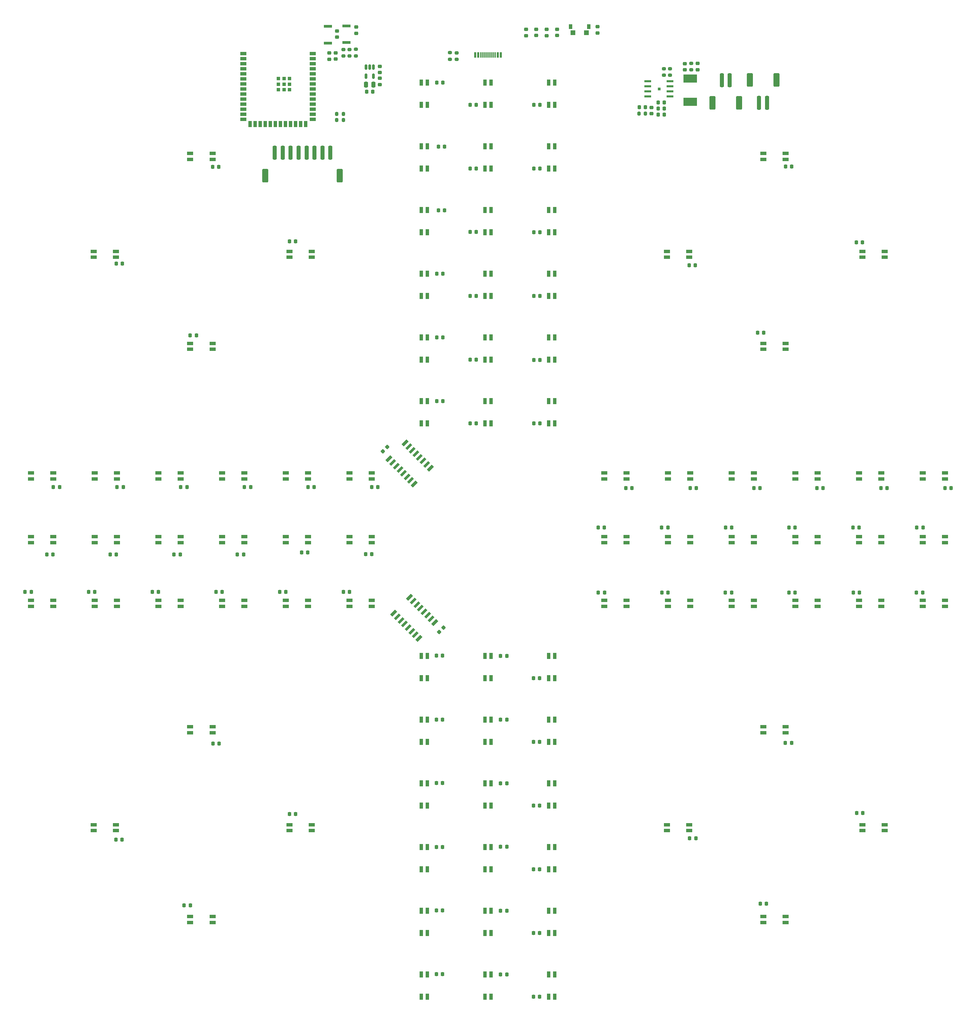
<source format=gbp>
G04 #@! TF.GenerationSoftware,KiCad,Pcbnew,8.0.1*
G04 #@! TF.CreationDate,2024-08-27T15:58:46+05:30*
G04 #@! TF.ProjectId,Ludo,4c75646f-2e6b-4696-9361-645f70636258,rev?*
G04 #@! TF.SameCoordinates,Original*
G04 #@! TF.FileFunction,Paste,Bot*
G04 #@! TF.FilePolarity,Positive*
%FSLAX46Y46*%
G04 Gerber Fmt 4.6, Leading zero omitted, Abs format (unit mm)*
G04 Created by KiCad (PCBNEW 8.0.1) date 2024-08-27 15:58:46*
%MOMM*%
%LPD*%
G01*
G04 APERTURE LIST*
G04 Aperture macros list*
%AMRoundRect*
0 Rectangle with rounded corners*
0 $1 Rounding radius*
0 $2 $3 $4 $5 $6 $7 $8 $9 X,Y pos of 4 corners*
0 Add a 4 corners polygon primitive as box body*
4,1,4,$2,$3,$4,$5,$6,$7,$8,$9,$2,$3,0*
0 Add four circle primitives for the rounded corners*
1,1,$1+$1,$2,$3*
1,1,$1+$1,$4,$5*
1,1,$1+$1,$6,$7*
1,1,$1+$1,$8,$9*
0 Add four rect primitives between the rounded corners*
20,1,$1+$1,$2,$3,$4,$5,0*
20,1,$1+$1,$4,$5,$6,$7,0*
20,1,$1+$1,$6,$7,$8,$9,0*
20,1,$1+$1,$8,$9,$2,$3,0*%
%AMRotRect*
0 Rectangle, with rotation*
0 The origin of the aperture is its center*
0 $1 length*
0 $2 width*
0 $3 Rotation angle, in degrees counterclockwise*
0 Add horizontal line*
21,1,$1,$2,0,0,$3*%
G04 Aperture macros list end*
%ADD10C,0.010000*%
%ADD11RoundRect,0.225000X-0.225000X-0.250000X0.225000X-0.250000X0.225000X0.250000X-0.225000X0.250000X0*%
%ADD12RoundRect,0.225000X0.225000X0.250000X-0.225000X0.250000X-0.225000X-0.250000X0.225000X-0.250000X0*%
%ADD13R,0.820000X1.500000*%
%ADD14R,1.500000X0.820000*%
%ADD15RoundRect,0.200000X-0.275000X0.200000X-0.275000X-0.200000X0.275000X-0.200000X0.275000X0.200000X0*%
%ADD16R,2.000000X0.800000*%
%ADD17R,3.400000X2.150000*%
%ADD18RoundRect,0.225000X0.250000X-0.225000X0.250000X0.225000X-0.250000X0.225000X-0.250000X-0.225000X0*%
%ADD19RoundRect,0.225000X0.017678X-0.335876X0.335876X-0.017678X-0.017678X0.335876X-0.335876X0.017678X0*%
%ADD20RoundRect,0.200000X-0.200000X-0.275000X0.200000X-0.275000X0.200000X0.275000X-0.200000X0.275000X0*%
%ADD21RoundRect,0.250000X-0.250000X-0.475000X0.250000X-0.475000X0.250000X0.475000X-0.250000X0.475000X0*%
%ADD22RotRect,0.800000X1.750000X315.000000*%
%ADD23RotRect,0.700000X1.750000X315.000000*%
%ADD24R,0.600000X1.450000*%
%ADD25R,0.300000X1.450000*%
%ADD26RoundRect,0.250000X0.250000X1.500000X-0.250000X1.500000X-0.250000X-1.500000X0.250000X-1.500000X0*%
%ADD27RoundRect,0.250001X0.499999X1.449999X-0.499999X1.449999X-0.499999X-1.449999X0.499999X-1.449999X0*%
%ADD28RoundRect,0.225000X-0.250000X0.225000X-0.250000X-0.225000X0.250000X-0.225000X0.250000X0.225000X0*%
%ADD29R,1.750000X0.600000*%
%ADD30RoundRect,0.218750X-0.256250X0.218750X-0.256250X-0.218750X0.256250X-0.218750X0.256250X0.218750X0*%
%ADD31RoundRect,0.250000X-0.250000X-1.500000X0.250000X-1.500000X0.250000X1.500000X-0.250000X1.500000X0*%
%ADD32RoundRect,0.250001X-0.499999X-1.449999X0.499999X-1.449999X0.499999X1.449999X-0.499999X1.449999X0*%
%ADD33RoundRect,0.218750X0.256250X-0.218750X0.256250X0.218750X-0.256250X0.218750X-0.256250X-0.218750X0*%
%ADD34RotRect,0.800000X1.750000X135.000000*%
%ADD35RotRect,0.700000X1.750000X135.000000*%
%ADD36RoundRect,0.200000X0.275000X-0.200000X0.275000X0.200000X-0.275000X0.200000X-0.275000X-0.200000X0*%
%ADD37R,1.200000X1.300000*%
%ADD38R,0.900000X1.200000*%
%ADD39RoundRect,0.225000X-0.017678X0.335876X-0.335876X0.017678X0.017678X-0.335876X0.335876X-0.017678X0*%
%ADD40R,0.900000X0.900000*%
%ADD41R,1.500000X0.900000*%
%ADD42R,0.900000X1.500000*%
%ADD43RoundRect,0.150000X-0.150000X0.512500X-0.150000X-0.512500X0.150000X-0.512500X0.150000X0.512500X0*%
G04 APERTURE END LIST*
D10*
G04 #@! TO.C,U1*
X198481000Y-35859000D02*
X197881000Y-35859000D01*
X197881000Y-35259000D01*
X198481000Y-35259000D01*
X198481000Y-35859000D01*
G36*
X198481000Y-35859000D02*
G01*
X197881000Y-35859000D01*
X197881000Y-35259000D01*
X198481000Y-35259000D01*
X198481000Y-35859000D01*
G37*
G04 #@! TD*
D11*
G04 #@! TO.C,C28*
X205765000Y-79825000D03*
X207315000Y-79825000D03*
G04 #@! TD*
D12*
G04 #@! TO.C,C83*
X45920000Y-152525000D03*
X44370000Y-152525000D03*
G04 #@! TD*
D13*
G04 #@! TO.C,RGB30*
X170479900Y-87555100D03*
X171980100Y-87555100D03*
X171980100Y-81954900D03*
X170480700Y-81953380D03*
X170479900Y-81954900D03*
G04 #@! TD*
D14*
G04 #@! TO.C,RGB54*
X184429900Y-164004900D03*
X184429900Y-165505100D03*
X190030100Y-165505100D03*
X190031620Y-164005700D03*
X190030100Y-164004900D03*
G04 #@! TD*
G04 #@! TO.C,RGB8*
X94030100Y-133505100D03*
X94030100Y-132004900D03*
X88429900Y-132004900D03*
X88428380Y-133504300D03*
X88429900Y-133505100D03*
G04 #@! TD*
D15*
G04 #@! TO.C,R2*
X145670000Y-26440000D03*
X145670000Y-28090000D03*
G04 #@! TD*
G04 #@! TO.C,R4*
X118887840Y-25662360D03*
X118887840Y-27312360D03*
G04 #@! TD*
D12*
G04 #@! TO.C,C32*
X168295000Y-119545000D03*
X166745000Y-119545000D03*
G04 #@! TD*
D13*
G04 #@! TO.C,RGB13*
X139980100Y-81954900D03*
X138479900Y-81954900D03*
X138479900Y-87555100D03*
X139979300Y-87556620D03*
X139980100Y-87555100D03*
G04 #@! TD*
G04 #@! TO.C,RGB56*
X170479900Y-199555100D03*
X171980100Y-199555100D03*
X171980100Y-193954900D03*
X170480700Y-193953380D03*
X170479900Y-193954900D03*
G04 #@! TD*
D11*
G04 #@! TO.C,C1*
X61815000Y-79415000D03*
X63365000Y-79415000D03*
G04 #@! TD*
G04 #@! TO.C,C74*
X142255000Y-209895000D03*
X143805000Y-209895000D03*
G04 #@! TD*
D16*
G04 #@! TO.C,SW2*
X119707840Y-19717360D03*
X119707840Y-23917360D03*
G04 #@! TD*
D17*
G04 #@! TO.C,L1*
X206067000Y-38792000D03*
X206067000Y-32942000D03*
G04 #@! TD*
D13*
G04 #@! TO.C,RGB62*
X155980100Y-241954900D03*
X154479900Y-241954900D03*
X154479900Y-247555100D03*
X155979300Y-247556620D03*
X155980100Y-247555100D03*
G04 #@! TD*
G04 #@! TO.C,RGB67*
X139980100Y-257954900D03*
X138479900Y-257954900D03*
X138479900Y-263555100D03*
X139979300Y-263556620D03*
X139980100Y-263555100D03*
G04 #@! TD*
D14*
G04 #@! TO.C,RGB71*
X86030100Y-197255100D03*
X86030100Y-195754900D03*
X80429900Y-195754900D03*
X80428380Y-197254300D03*
X80429900Y-197255100D03*
G04 #@! TD*
D13*
G04 #@! TO.C,RGB32*
X170479900Y-119555100D03*
X171980100Y-119555100D03*
X171980100Y-113954900D03*
X170480700Y-113953380D03*
X170479900Y-113954900D03*
G04 #@! TD*
D11*
G04 #@! TO.C,C7*
X78047000Y-135585000D03*
X79597000Y-135585000D03*
G04 #@! TD*
D18*
G04 #@! TO.C,C94*
X116937840Y-28062360D03*
X116937840Y-26512360D03*
G04 #@! TD*
D13*
G04 #@! TO.C,RGB55*
X170479900Y-183555100D03*
X171980100Y-183555100D03*
X171980100Y-177954900D03*
X170480700Y-177953380D03*
X170479900Y-177954900D03*
G04 #@! TD*
D11*
G04 #@! TO.C,C76*
X142255000Y-177915000D03*
X143805000Y-177915000D03*
G04 #@! TD*
D19*
G04 #@! TO.C,C96*
X128801992Y-126593008D03*
X129898008Y-125496992D03*
G04 #@! TD*
D11*
G04 #@! TO.C,C13*
X142335000Y-81945000D03*
X143885000Y-81945000D03*
G04 #@! TD*
D13*
G04 #@! TO.C,RGB57*
X170479900Y-215555100D03*
X171980100Y-215555100D03*
X171980100Y-209954900D03*
X170480700Y-209953380D03*
X170479900Y-209954900D03*
G04 #@! TD*
D20*
G04 #@! TO.C,R5*
X117243020Y-41818140D03*
X118893020Y-41818140D03*
G04 #@! TD*
D21*
G04 #@! TO.C,C91*
X124558020Y-34463140D03*
X126458020Y-34463140D03*
G04 #@! TD*
D18*
G04 #@! TO.C,C93*
X115337840Y-28082360D03*
X115337840Y-26532360D03*
G04 #@! TD*
D22*
G04 #@! TO.C,IC1*
X134369132Y-124468978D03*
D23*
X135302513Y-125402359D03*
X136200538Y-126300385D03*
X137098564Y-127198411D03*
X137996589Y-128096436D03*
X138894615Y-128994462D03*
X139792641Y-129892487D03*
D22*
X140726022Y-130825868D03*
X136730868Y-134821022D03*
D23*
X135797487Y-133887641D03*
X134899462Y-132989615D03*
X134001436Y-132091589D03*
X133103411Y-131193564D03*
X132205385Y-130295538D03*
X131307359Y-129397513D03*
D22*
X130373978Y-128464132D03*
G04 #@! TD*
D11*
G04 #@! TO.C,C71*
X86110000Y-200025000D03*
X87660000Y-200025000D03*
G04 #@! TD*
D24*
G04 #@! TO.C,J2*
X151980000Y-26992360D03*
X152780000Y-26992360D03*
D25*
X153980000Y-26992360D03*
X154980000Y-26992360D03*
X155480000Y-26992360D03*
X156480000Y-26992360D03*
D24*
X157680000Y-26992360D03*
X158480000Y-26992360D03*
X158480000Y-26992360D03*
X157680000Y-26992360D03*
D25*
X156980000Y-26992360D03*
X155980000Y-26992360D03*
X154480000Y-26992360D03*
X153480000Y-26992360D03*
D24*
X152780000Y-26992360D03*
X151980000Y-26992360D03*
G04 #@! TD*
D12*
G04 #@! TO.C,C52*
X216425000Y-162095000D03*
X214875000Y-162095000D03*
G04 #@! TD*
D11*
G04 #@! TO.C,C9*
X110039000Y-135585000D03*
X111589000Y-135585000D03*
G04 #@! TD*
D13*
G04 #@! TO.C,RGB17*
X154479900Y-39555100D03*
X155980100Y-39555100D03*
X155980100Y-33954900D03*
X154480700Y-33953380D03*
X154479900Y-33954900D03*
G04 #@! TD*
D26*
G04 #@! TO.C,J4*
X215967000Y-33331000D03*
X213967000Y-33331000D03*
D27*
X218317000Y-39081000D03*
X211617000Y-39081000D03*
G04 #@! TD*
D14*
G04 #@! TO.C,RGB39*
X264429900Y-148004900D03*
X264429900Y-149505100D03*
X270030100Y-149505100D03*
X270031620Y-148005700D03*
X270030100Y-148004900D03*
G04 #@! TD*
D11*
G04 #@! TO.C,C63*
X158395000Y-225935000D03*
X159945000Y-225935000D03*
G04 #@! TD*
G04 #@! TO.C,C64*
X158395000Y-209955000D03*
X159945000Y-209955000D03*
G04 #@! TD*
D14*
G04 #@! TO.C,RGB82*
X40429900Y-164004900D03*
X40429900Y-165505100D03*
X46030100Y-165505100D03*
X46031620Y-164005700D03*
X46030100Y-164004900D03*
G04 #@! TD*
D28*
G04 #@! TO.C,C90*
X128048020Y-32898140D03*
X128048020Y-34448140D03*
G04 #@! TD*
D29*
G04 #@! TO.C,U1*
X195381000Y-37464000D03*
X195381000Y-36194000D03*
X195381000Y-34924000D03*
X195381000Y-33654000D03*
X200981000Y-33654000D03*
X200981000Y-34924000D03*
X200981000Y-36194000D03*
X200981000Y-37464000D03*
G04 #@! TD*
D12*
G04 #@! TO.C,C44*
X184475000Y-145685000D03*
X182925000Y-145685000D03*
G04 #@! TD*
G04 #@! TO.C,C27*
X224505000Y-96815000D03*
X222955000Y-96815000D03*
G04 #@! TD*
D14*
G04 #@! TO.C,RGB10*
X126030100Y-133505100D03*
X126030100Y-132004900D03*
X120429900Y-132004900D03*
X120428380Y-133504300D03*
X120429900Y-133505100D03*
G04 #@! TD*
D11*
G04 #@! TO.C,C11*
X142335000Y-113955000D03*
X143885000Y-113955000D03*
G04 #@! TD*
D12*
G04 #@! TO.C,C55*
X168195000Y-183535000D03*
X166645000Y-183535000D03*
G04 #@! TD*
G04 #@! TO.C,C21*
X152265000Y-103555000D03*
X150715000Y-103555000D03*
G04 #@! TD*
D11*
G04 #@! TO.C,C73*
X142255000Y-225955000D03*
X143805000Y-225955000D03*
G04 #@! TD*
D14*
G04 #@! TO.C,RGB70*
X61780100Y-221855100D03*
X61780100Y-220354900D03*
X56179900Y-220354900D03*
X56178380Y-221854300D03*
X56179900Y-221855100D03*
G04 #@! TD*
G04 #@! TO.C,RGB2*
X86030100Y-53255100D03*
X86030100Y-51754900D03*
X80429900Y-51754900D03*
X80428380Y-53254300D03*
X80429900Y-53255100D03*
G04 #@! TD*
D12*
G04 #@! TO.C,C40*
X248460000Y-145685000D03*
X246910000Y-145685000D03*
G04 #@! TD*
D13*
G04 #@! TO.C,RGB23*
X170479900Y-39555100D03*
X171980100Y-39555100D03*
X171980100Y-33954900D03*
X170480700Y-33953380D03*
X170479900Y-33954900D03*
G04 #@! TD*
D30*
G04 #@! TO.C,D1*
X164795000Y-20580500D03*
X164795000Y-22155500D03*
G04 #@! TD*
D14*
G04 #@! TO.C,RGB86*
X94030100Y-149505100D03*
X94030100Y-148004900D03*
X88429900Y-148004900D03*
X88428380Y-149504300D03*
X88429900Y-149505100D03*
G04 #@! TD*
G04 #@! TO.C,RGB27*
X224419900Y-99454900D03*
X224419900Y-100955100D03*
X230020100Y-100955100D03*
X230021620Y-99455700D03*
X230020100Y-99454900D03*
G04 #@! TD*
D13*
G04 #@! TO.C,RGB74*
X139980100Y-209954900D03*
X138479900Y-209954900D03*
X138479900Y-215555100D03*
X139979300Y-215556620D03*
X139980100Y-215555100D03*
G04 #@! TD*
D14*
G04 #@! TO.C,RGB26*
X249319900Y-76354900D03*
X249319900Y-77855100D03*
X254920100Y-77855100D03*
X254921620Y-76355700D03*
X254920100Y-76354900D03*
G04 #@! TD*
G04 #@! TO.C,RGB9*
X110030100Y-133505100D03*
X110030100Y-132004900D03*
X104429900Y-132004900D03*
X104428380Y-133504300D03*
X104429900Y-133505100D03*
G04 #@! TD*
D12*
G04 #@! TO.C,C87*
X109945000Y-151945000D03*
X108395000Y-151945000D03*
G04 #@! TD*
D11*
G04 #@! TO.C,C33*
X189880000Y-135775000D03*
X191430000Y-135775000D03*
G04 #@! TD*
D12*
G04 #@! TO.C,C18*
X152265000Y-55565000D03*
X150715000Y-55565000D03*
G04 #@! TD*
G04 #@! TO.C,C46*
X248555000Y-162095000D03*
X247005000Y-162095000D03*
G04 #@! TD*
D11*
G04 #@! TO.C,C50*
X229955000Y-199805000D03*
X231505000Y-199805000D03*
G04 #@! TD*
D12*
G04 #@! TO.C,C104*
X199504000Y-38915000D03*
X197954000Y-38915000D03*
G04 #@! TD*
D14*
G04 #@! TO.C,RGB41*
X232429900Y-148004900D03*
X232429900Y-149505100D03*
X238030100Y-149505100D03*
X238031620Y-148005700D03*
X238030100Y-148004900D03*
G04 #@! TD*
D12*
G04 #@! TO.C,C19*
X152265000Y-71445000D03*
X150715000Y-71445000D03*
G04 #@! TD*
G04 #@! TO.C,C29*
X168295000Y-71555000D03*
X166745000Y-71555000D03*
G04 #@! TD*
G04 #@! TO.C,C22*
X152265000Y-119585000D03*
X150715000Y-119585000D03*
G04 #@! TD*
D14*
G04 #@! TO.C,RGB28*
X205770100Y-77855100D03*
X205770100Y-76354900D03*
X200169900Y-76354900D03*
X200168380Y-77854300D03*
X200169900Y-77855100D03*
G04 #@! TD*
D30*
G04 #@! TO.C,LED2*
X122147840Y-20029860D03*
X122147840Y-21604860D03*
G04 #@! TD*
D12*
G04 #@! TO.C,C53*
X200465000Y-162095000D03*
X198915000Y-162095000D03*
G04 #@! TD*
D14*
G04 #@! TO.C,RGB37*
X254030100Y-133505100D03*
X254030100Y-132004900D03*
X248429900Y-132004900D03*
X248428380Y-133504300D03*
X248429900Y-133505100D03*
G04 #@! TD*
D13*
G04 #@! TO.C,RGB15*
X139980100Y-49954900D03*
X138479900Y-49954900D03*
X138479900Y-55555100D03*
X139979300Y-55556620D03*
X139980100Y-55555100D03*
G04 #@! TD*
D30*
G04 #@! TO.C,D3*
X169975000Y-20580500D03*
X169975000Y-22155500D03*
G04 #@! TD*
D13*
G04 #@! TO.C,RGB24*
X170479900Y-55555100D03*
X171980100Y-55555100D03*
X171980100Y-49954900D03*
X170480700Y-49953380D03*
X170479900Y-49954900D03*
G04 #@! TD*
D12*
G04 #@! TO.C,C30*
X168295000Y-87585000D03*
X166745000Y-87585000D03*
G04 #@! TD*
D14*
G04 #@! TO.C,RGB1*
X61780100Y-77855100D03*
X61780100Y-76354900D03*
X56179900Y-76354900D03*
X56178380Y-77854300D03*
X56179900Y-77855100D03*
G04 #@! TD*
D13*
G04 #@! TO.C,RGB31*
X170479900Y-103555100D03*
X171980100Y-103555100D03*
X171980100Y-97954900D03*
X170480700Y-97953380D03*
X170479900Y-97954900D03*
G04 #@! TD*
D12*
G04 #@! TO.C,C17*
X152265000Y-39535000D03*
X150715000Y-39535000D03*
G04 #@! TD*
D11*
G04 #@! TO.C,C8*
X94043000Y-135585000D03*
X95593000Y-135585000D03*
G04 #@! TD*
D14*
G04 #@! TO.C,RGB77*
X120429900Y-164004900D03*
X120429900Y-165505100D03*
X126030100Y-165505100D03*
X126031620Y-164005700D03*
X126030100Y-164004900D03*
G04 #@! TD*
D11*
G04 #@! TO.C,C92*
X124773020Y-36283140D03*
X126323020Y-36283140D03*
G04 #@! TD*
D12*
G04 #@! TO.C,C59*
X168195000Y-247585000D03*
X166645000Y-247585000D03*
G04 #@! TD*
D31*
G04 #@! TO.C,J1*
X223341000Y-39008000D03*
X225341000Y-39008000D03*
D32*
X220991000Y-33258000D03*
X227691000Y-33258000D03*
G04 #@! TD*
D11*
G04 #@! TO.C,C38*
X270015000Y-135775000D03*
X271565000Y-135775000D03*
G04 #@! TD*
D20*
G04 #@! TO.C,R6*
X117263020Y-43398140D03*
X118913020Y-43398140D03*
G04 #@! TD*
D14*
G04 #@! TO.C,RGB33*
X190030100Y-133505100D03*
X190030100Y-132004900D03*
X184429900Y-132004900D03*
X184428380Y-133504300D03*
X184429900Y-133505100D03*
G04 #@! TD*
G04 #@! TO.C,RGB83*
X46030100Y-149505100D03*
X46030100Y-148004900D03*
X40429900Y-148004900D03*
X40428380Y-149504300D03*
X40429900Y-149505100D03*
G04 #@! TD*
G04 #@! TO.C,RGB48*
X224419900Y-243454900D03*
X224419900Y-244955100D03*
X230020100Y-244955100D03*
X230021620Y-243455700D03*
X230020100Y-243454900D03*
G04 #@! TD*
D20*
G04 #@! TO.C,R8*
X193169000Y-41723000D03*
X194819000Y-41723000D03*
G04 #@! TD*
D33*
G04 #@! TO.C,D4*
X172565000Y-22115500D03*
X172565000Y-20540500D03*
G04 #@! TD*
D14*
G04 #@! TO.C,RGB87*
X110030100Y-149505100D03*
X110030100Y-148004900D03*
X104429900Y-148004900D03*
X104428380Y-149504300D03*
X104429900Y-149505100D03*
G04 #@! TD*
D11*
G04 #@! TO.C,C49*
X205905000Y-223815000D03*
X207455000Y-223815000D03*
G04 #@! TD*
D14*
G04 #@! TO.C,RGB69*
X80429900Y-243454900D03*
X80429900Y-244955100D03*
X86030100Y-244955100D03*
X86031620Y-243455700D03*
X86030100Y-243454900D03*
G04 #@! TD*
D18*
G04 #@! TO.C,C100*
X204663000Y-30749000D03*
X204663000Y-29199000D03*
G04 #@! TD*
D13*
G04 #@! TO.C,RGB63*
X155980100Y-225954900D03*
X154479900Y-225954900D03*
X154479900Y-231555100D03*
X155979300Y-231556620D03*
X155980100Y-231555100D03*
G04 #@! TD*
D26*
G04 #@! TO.C,J3*
X115650000Y-51550000D03*
X113650000Y-51550000D03*
X111650000Y-51550000D03*
X109650000Y-51550000D03*
X107650000Y-51550000D03*
X105650000Y-51550000D03*
X103650000Y-51550000D03*
X101650000Y-51550000D03*
D27*
X118000000Y-57300000D03*
X99300000Y-57300000D03*
G04 #@! TD*
D16*
G04 #@! TO.C,SW1*
X115007840Y-19857360D03*
X115007840Y-24057360D03*
G04 #@! TD*
D11*
G04 #@! TO.C,C15*
X142795000Y-50015000D03*
X144345000Y-50015000D03*
G04 #@! TD*
D12*
G04 #@! TO.C,C43*
X200425000Y-145685000D03*
X198875000Y-145685000D03*
G04 #@! TD*
D13*
G04 #@! TO.C,RGB16*
X139980100Y-33954900D03*
X138479900Y-33954900D03*
X138479900Y-39555100D03*
X139979300Y-39556620D03*
X139980100Y-39555100D03*
G04 #@! TD*
D14*
G04 #@! TO.C,RGB5*
X46030100Y-133505100D03*
X46030100Y-132004900D03*
X40429900Y-132004900D03*
X40428380Y-133504300D03*
X40429900Y-133505100D03*
G04 #@! TD*
D11*
G04 #@! TO.C,C4*
X80435000Y-97445000D03*
X81985000Y-97445000D03*
G04 #@! TD*
D12*
G04 #@! TO.C,C69*
X80445000Y-240645000D03*
X78895000Y-240645000D03*
G04 #@! TD*
D14*
G04 #@! TO.C,RGB7*
X78030100Y-133505100D03*
X78030100Y-132004900D03*
X72429900Y-132004900D03*
X72428380Y-133504300D03*
X72429900Y-133505100D03*
G04 #@! TD*
D30*
G04 #@! TO.C,D5*
X182794000Y-19905500D03*
X182794000Y-21480500D03*
G04 #@! TD*
D12*
G04 #@! TO.C,C79*
X88460000Y-161925000D03*
X86910000Y-161925000D03*
G04 #@! TD*
D14*
G04 #@! TO.C,RGB72*
X105329900Y-220354900D03*
X105329900Y-221855100D03*
X110930100Y-221855100D03*
X110931620Y-220355700D03*
X110930100Y-220354900D03*
G04 #@! TD*
D12*
G04 #@! TO.C,C48*
X225185000Y-240205000D03*
X223635000Y-240205000D03*
G04 #@! TD*
D34*
G04 #@! TO.C,IC2*
X137893381Y-173588381D03*
D35*
X136960000Y-172655000D03*
X136061975Y-171756974D03*
X135163949Y-170858948D03*
X134265924Y-169960923D03*
X133367898Y-169062897D03*
X132469872Y-168164872D03*
D34*
X131536491Y-167231491D03*
X135531645Y-163236337D03*
D35*
X136465026Y-164169718D03*
X137363051Y-165067744D03*
X138261077Y-165965770D03*
X139159102Y-166863795D03*
X140057128Y-167761821D03*
X140955154Y-168659846D03*
D34*
X141888535Y-169593227D03*
G04 #@! TD*
D11*
G04 #@! TO.C,C10*
X126035000Y-135585000D03*
X127585000Y-135585000D03*
G04 #@! TD*
D13*
G04 #@! TO.C,RGB29*
X170479900Y-71555100D03*
X171980100Y-71555100D03*
X171980100Y-65954900D03*
X170480700Y-65953380D03*
X170479900Y-65954900D03*
G04 #@! TD*
D11*
G04 #@! TO.C,C12*
X142335000Y-98005000D03*
X143885000Y-98005000D03*
G04 #@! TD*
D13*
G04 #@! TO.C,RGB21*
X154479900Y-103555100D03*
X155980100Y-103555100D03*
X155980100Y-97954900D03*
X154480700Y-97953380D03*
X154479900Y-97954900D03*
G04 #@! TD*
G04 #@! TO.C,RGB22*
X154479900Y-119555100D03*
X155980100Y-119555100D03*
X155980100Y-113954900D03*
X154480700Y-113953380D03*
X154479900Y-113954900D03*
G04 #@! TD*
D11*
G04 #@! TO.C,C68*
X142255000Y-241915000D03*
X143805000Y-241915000D03*
G04 #@! TD*
D14*
G04 #@! TO.C,RGB51*
X232429900Y-164004900D03*
X232429900Y-165505100D03*
X238030100Y-165505100D03*
X238031620Y-164005700D03*
X238030100Y-164004900D03*
G04 #@! TD*
D12*
G04 #@! TO.C,C39*
X264505000Y-145685000D03*
X262955000Y-145685000D03*
G04 #@! TD*
G04 #@! TO.C,C80*
X72435000Y-161925000D03*
X70885000Y-161925000D03*
G04 #@! TD*
G04 #@! TO.C,C24*
X168295000Y-55585000D03*
X166745000Y-55585000D03*
G04 #@! TD*
D11*
G04 #@! TO.C,C66*
X158395000Y-177985000D03*
X159945000Y-177985000D03*
G04 #@! TD*
D14*
G04 #@! TO.C,RGB47*
X249319900Y-220354900D03*
X249319900Y-221855100D03*
X254920100Y-221855100D03*
X254921620Y-220355700D03*
X254920100Y-220354900D03*
G04 #@! TD*
G04 #@! TO.C,RGB45*
X264429900Y-164004900D03*
X264429900Y-165505100D03*
X270030100Y-165505100D03*
X270031620Y-164005700D03*
X270030100Y-164004900D03*
G04 #@! TD*
D11*
G04 #@! TO.C,C34*
X206000000Y-135775000D03*
X207550000Y-135775000D03*
G04 #@! TD*
D14*
G04 #@! TO.C,RGB42*
X216429900Y-148004900D03*
X216429900Y-149505100D03*
X222030100Y-149505100D03*
X222031620Y-148005700D03*
X222030100Y-148004900D03*
G04 #@! TD*
D11*
G04 #@! TO.C,C75*
X142255000Y-193945000D03*
X143805000Y-193945000D03*
G04 #@! TD*
G04 #@! TO.C,C36*
X237850000Y-135775000D03*
X239400000Y-135775000D03*
G04 #@! TD*
D14*
G04 #@! TO.C,RGB78*
X104429900Y-164004900D03*
X104429900Y-165505100D03*
X110030100Y-165505100D03*
X110031620Y-164005700D03*
X110030100Y-164004900D03*
G04 #@! TD*
D11*
G04 #@! TO.C,C16*
X142335000Y-33965000D03*
X143885000Y-33965000D03*
G04 #@! TD*
D36*
G04 #@! TO.C,R10*
X199435000Y-32127000D03*
X199435000Y-30477000D03*
G04 #@! TD*
D11*
G04 #@! TO.C,C2*
X86025000Y-55115000D03*
X87575000Y-55115000D03*
G04 #@! TD*
D14*
G04 #@! TO.C,RGB43*
X200429900Y-148004900D03*
X200429900Y-149505100D03*
X206030100Y-149505100D03*
X206031620Y-148005700D03*
X206030100Y-148004900D03*
G04 #@! TD*
D12*
G04 #@! TO.C,C41*
X232375000Y-145685000D03*
X230825000Y-145685000D03*
G04 #@! TD*
D11*
G04 #@! TO.C,C61*
X158395000Y-257995000D03*
X159945000Y-257995000D03*
G04 #@! TD*
D14*
G04 #@! TO.C,RGB6*
X62030100Y-133505100D03*
X62030100Y-132004900D03*
X56429900Y-132004900D03*
X56428380Y-133504300D03*
X56429900Y-133505100D03*
G04 #@! TD*
D36*
G04 #@! TO.C,R9*
X200975000Y-32123000D03*
X200975000Y-30473000D03*
G04 #@! TD*
D12*
G04 #@! TO.C,C60*
X168195000Y-263545000D03*
X166645000Y-263545000D03*
G04 #@! TD*
D11*
G04 #@! TO.C,C72*
X105355000Y-217715000D03*
X106905000Y-217715000D03*
G04 #@! TD*
D12*
G04 #@! TO.C,C42*
X216450000Y-145685000D03*
X214900000Y-145685000D03*
G04 #@! TD*
G04 #@! TO.C,C51*
X232410000Y-162095000D03*
X230860000Y-162095000D03*
G04 #@! TD*
D13*
G04 #@! TO.C,RGB58*
X170479900Y-231555100D03*
X171980100Y-231555100D03*
X171980100Y-225954900D03*
X170480700Y-225953380D03*
X170479900Y-225954900D03*
G04 #@! TD*
D12*
G04 #@! TO.C,C31*
X168295000Y-103605000D03*
X166745000Y-103605000D03*
G04 #@! TD*
D13*
G04 #@! TO.C,RGB14*
X139980100Y-65954900D03*
X138479900Y-65954900D03*
X138479900Y-71555100D03*
X139979300Y-71556620D03*
X139980100Y-71555100D03*
G04 #@! TD*
G04 #@! TO.C,RGB65*
X155980100Y-193954900D03*
X154479900Y-193954900D03*
X154479900Y-199555100D03*
X155979300Y-199556620D03*
X155980100Y-199555100D03*
G04 #@! TD*
D14*
G04 #@! TO.C,RGB4*
X80429900Y-99454900D03*
X80429900Y-100955100D03*
X86030100Y-100955100D03*
X86031620Y-99455700D03*
X86030100Y-99454900D03*
G04 #@! TD*
D11*
G04 #@! TO.C,C14*
X142775000Y-66035000D03*
X144325000Y-66035000D03*
G04 #@! TD*
G04 #@! TO.C,C25*
X229965000Y-55025000D03*
X231515000Y-55025000D03*
G04 #@! TD*
D37*
G04 #@! TO.C,SW3*
X179940900Y-21439000D03*
X176590900Y-21439000D03*
D38*
X180566000Y-19889000D03*
X175966000Y-19889000D03*
G04 #@! TD*
D11*
G04 #@! TO.C,C6*
X62051000Y-135585000D03*
X63601000Y-135585000D03*
G04 #@! TD*
D12*
G04 #@! TO.C,C84*
X61875000Y-152525000D03*
X60325000Y-152525000D03*
G04 #@! TD*
G04 #@! TO.C,C58*
X168195000Y-231555000D03*
X166645000Y-231555000D03*
G04 #@! TD*
D13*
G04 #@! TO.C,RGB19*
X154479900Y-71555100D03*
X155980100Y-71555100D03*
X155980100Y-65954900D03*
X154480700Y-65953380D03*
X154479900Y-65954900D03*
G04 #@! TD*
D11*
G04 #@! TO.C,C62*
X158395000Y-241985000D03*
X159945000Y-241985000D03*
G04 #@! TD*
D13*
G04 #@! TO.C,RGB75*
X139980100Y-193954900D03*
X138479900Y-193954900D03*
X138479900Y-199555100D03*
X139979300Y-199556620D03*
X139980100Y-199555100D03*
G04 #@! TD*
D15*
G04 #@! TO.C,R3*
X120437840Y-25662360D03*
X120437840Y-27312360D03*
G04 #@! TD*
D11*
G04 #@! TO.C,C99*
X193213000Y-40150000D03*
X194763000Y-40150000D03*
G04 #@! TD*
D13*
G04 #@! TO.C,RGB59*
X170479900Y-247555100D03*
X171980100Y-247555100D03*
X171980100Y-241954900D03*
X170480700Y-241953380D03*
X170479900Y-241954900D03*
G04 #@! TD*
D12*
G04 #@! TO.C,C102*
X199509000Y-40456000D03*
X197959000Y-40456000D03*
G04 #@! TD*
G04 #@! TO.C,C103*
X199511000Y-41970000D03*
X197961000Y-41970000D03*
G04 #@! TD*
D14*
G04 #@! TO.C,RGB50*
X230020100Y-197255100D03*
X230020100Y-195754900D03*
X224419900Y-195754900D03*
X224418380Y-197254300D03*
X224419900Y-197255100D03*
G04 #@! TD*
G04 #@! TO.C,RGB46*
X248429900Y-164004900D03*
X248429900Y-165505100D03*
X254030100Y-165505100D03*
X254031620Y-164005700D03*
X254030100Y-164004900D03*
G04 #@! TD*
D11*
G04 #@! TO.C,C35*
X222000000Y-135775000D03*
X223550000Y-135775000D03*
G04 #@! TD*
D14*
G04 #@! TO.C,RGB3*
X105329900Y-76354900D03*
X105329900Y-77855100D03*
X110930100Y-77855100D03*
X110931620Y-76355700D03*
X110930100Y-76354900D03*
G04 #@! TD*
D11*
G04 #@! TO.C,C5*
X46055000Y-135585000D03*
X47605000Y-135585000D03*
G04 #@! TD*
D13*
G04 #@! TO.C,RGB11*
X139980100Y-113954900D03*
X138479900Y-113954900D03*
X138479900Y-119555100D03*
X139979300Y-119556620D03*
X139980100Y-119555100D03*
G04 #@! TD*
D14*
G04 #@! TO.C,RGB84*
X62030100Y-149505100D03*
X62030100Y-148004900D03*
X56429900Y-148004900D03*
X56428380Y-149504300D03*
X56429900Y-149505100D03*
G04 #@! TD*
D12*
G04 #@! TO.C,C54*
X184515000Y-162095000D03*
X182965000Y-162095000D03*
G04 #@! TD*
G04 #@! TO.C,C47*
X249385000Y-217445000D03*
X247835000Y-217445000D03*
G04 #@! TD*
D11*
G04 #@! TO.C,C65*
X158395000Y-193955000D03*
X159945000Y-193955000D03*
G04 #@! TD*
D14*
G04 #@! TO.C,RGB44*
X184429900Y-148004900D03*
X184429900Y-149505100D03*
X190030100Y-149505100D03*
X190031620Y-148005700D03*
X190030100Y-148004900D03*
G04 #@! TD*
D28*
G04 #@! TO.C,C89*
X128058020Y-29873140D03*
X128058020Y-31423140D03*
G04 #@! TD*
D14*
G04 #@! TO.C,RGB35*
X222030100Y-133505100D03*
X222030100Y-132004900D03*
X216429900Y-132004900D03*
X216428380Y-133504300D03*
X216429900Y-133505100D03*
G04 #@! TD*
D12*
G04 #@! TO.C,C20*
X152265000Y-87585000D03*
X150715000Y-87585000D03*
G04 #@! TD*
D14*
G04 #@! TO.C,RGB85*
X78030100Y-149505100D03*
X78030100Y-148004900D03*
X72429900Y-148004900D03*
X72428380Y-149504300D03*
X72429900Y-149505100D03*
G04 #@! TD*
D13*
G04 #@! TO.C,RGB68*
X139980100Y-241954900D03*
X138479900Y-241954900D03*
X138479900Y-247555100D03*
X139979300Y-247556620D03*
X139980100Y-247555100D03*
G04 #@! TD*
G04 #@! TO.C,RGB64*
X155980100Y-209954900D03*
X154479900Y-209954900D03*
X154479900Y-215555100D03*
X155979300Y-215556620D03*
X155980100Y-215555100D03*
G04 #@! TD*
G04 #@! TO.C,RGB12*
X139980100Y-97954900D03*
X138479900Y-97954900D03*
X138479900Y-103555100D03*
X139979300Y-103556620D03*
X139980100Y-103555100D03*
G04 #@! TD*
D39*
G04 #@! TO.C,C97*
X144038008Y-170906992D03*
X142941992Y-172003008D03*
G04 #@! TD*
D13*
G04 #@! TO.C,RGB20*
X154479900Y-87555100D03*
X155980100Y-87555100D03*
X155980100Y-81954900D03*
X154480700Y-81953380D03*
X154479900Y-81954900D03*
G04 #@! TD*
D11*
G04 #@! TO.C,C67*
X142255000Y-257865000D03*
X143805000Y-257865000D03*
G04 #@! TD*
D12*
G04 #@! TO.C,C56*
X168195000Y-199525000D03*
X166645000Y-199525000D03*
G04 #@! TD*
D36*
G04 #@! TO.C,R11*
X206279000Y-30779000D03*
X206279000Y-29129000D03*
G04 #@! TD*
D18*
G04 #@! TO.C,C95*
X117337840Y-22532360D03*
X117337840Y-20982360D03*
G04 #@! TD*
D13*
G04 #@! TO.C,RGB18*
X154479900Y-55555100D03*
X155980100Y-55555100D03*
X155980100Y-49954900D03*
X154480700Y-49953380D03*
X154479900Y-49954900D03*
G04 #@! TD*
D40*
G04 #@! TO.C,U3*
X105388020Y-35768140D03*
X105388020Y-34368140D03*
X105388020Y-32968140D03*
X103988020Y-35768140D03*
X103988020Y-34368140D03*
X103988020Y-32968140D03*
X102588020Y-35768140D03*
X102588020Y-34368140D03*
X102588020Y-32968140D03*
D41*
X111238020Y-26648140D03*
X111238020Y-27918140D03*
X111238020Y-29188140D03*
X111238020Y-30458140D03*
X111238020Y-31728140D03*
X111238020Y-32998140D03*
X111238020Y-34268140D03*
X111238020Y-35538140D03*
X111238020Y-36808140D03*
X111238020Y-38078140D03*
X111238020Y-39348140D03*
X111238020Y-40618140D03*
X111238020Y-41888140D03*
X111238020Y-43158140D03*
D42*
X109473020Y-44408140D03*
X108203020Y-44408140D03*
X106933020Y-44408140D03*
X105663020Y-44408140D03*
X104393020Y-44408140D03*
X103123020Y-44408140D03*
X101853020Y-44408140D03*
X100583020Y-44408140D03*
X99313020Y-44408140D03*
X98043020Y-44408140D03*
X96773020Y-44408140D03*
X95503020Y-44408140D03*
D41*
X93738020Y-43158140D03*
X93738020Y-41888140D03*
X93738020Y-40618140D03*
X93738020Y-39348140D03*
X93738020Y-38078140D03*
X93738020Y-36808140D03*
X93738020Y-35538140D03*
X93738020Y-34268140D03*
X93738020Y-32998140D03*
X93738020Y-31728140D03*
X93738020Y-30458140D03*
X93738020Y-29188140D03*
X93738020Y-27918140D03*
X93738020Y-26648140D03*
G04 #@! TD*
D12*
G04 #@! TO.C,C77*
X120475000Y-161925000D03*
X118925000Y-161925000D03*
G04 #@! TD*
D18*
G04 #@! TO.C,C98*
X196281000Y-41757000D03*
X196281000Y-40207000D03*
G04 #@! TD*
D12*
G04 #@! TO.C,C86*
X93835000Y-152525000D03*
X92285000Y-152525000D03*
G04 #@! TD*
D14*
G04 #@! TO.C,RGB81*
X56429900Y-164004900D03*
X56429900Y-165505100D03*
X62030100Y-165505100D03*
X62031620Y-164005700D03*
X62030100Y-164004900D03*
G04 #@! TD*
G04 #@! TO.C,RGB38*
X270030100Y-133505100D03*
X270030100Y-132004900D03*
X264429900Y-132004900D03*
X264428380Y-133504300D03*
X264429900Y-133505100D03*
G04 #@! TD*
D15*
G04 #@! TO.C,R7*
X122057840Y-25612360D03*
X122057840Y-27262360D03*
G04 #@! TD*
D14*
G04 #@! TO.C,RGB80*
X72429900Y-164004900D03*
X72429900Y-165505100D03*
X78030100Y-165505100D03*
X78031620Y-164005700D03*
X78030100Y-164004900D03*
G04 #@! TD*
D18*
G04 #@! TO.C,C101*
X207862000Y-30713000D03*
X207862000Y-29163000D03*
G04 #@! TD*
D14*
G04 #@! TO.C,RGB40*
X248429900Y-148004900D03*
X248429900Y-149505100D03*
X254030100Y-149505100D03*
X254031620Y-148005700D03*
X254030100Y-148004900D03*
G04 #@! TD*
D12*
G04 #@! TO.C,C23*
X168295000Y-39545000D03*
X166745000Y-39545000D03*
G04 #@! TD*
D11*
G04 #@! TO.C,C3*
X105345000Y-73825000D03*
X106895000Y-73825000D03*
G04 #@! TD*
G04 #@! TO.C,C70*
X61775000Y-224145000D03*
X63325000Y-224145000D03*
G04 #@! TD*
D14*
G04 #@! TO.C,RGB25*
X230020100Y-53255100D03*
X230020100Y-51754900D03*
X224419900Y-51754900D03*
X224418380Y-53254300D03*
X224419900Y-53255100D03*
G04 #@! TD*
D12*
G04 #@! TO.C,C57*
X168195000Y-215565000D03*
X166645000Y-215565000D03*
G04 #@! TD*
G04 #@! TO.C,C78*
X104435000Y-161925000D03*
X102885000Y-161925000D03*
G04 #@! TD*
D43*
G04 #@! TO.C,U6*
X124558020Y-30063140D03*
X125508020Y-30063140D03*
X126458020Y-30063140D03*
X126458020Y-32338140D03*
X124558020Y-32338140D03*
G04 #@! TD*
D14*
G04 #@! TO.C,RGB53*
X200429900Y-164004900D03*
X200429900Y-165505100D03*
X206030100Y-165505100D03*
X206031620Y-164005700D03*
X206030100Y-164004900D03*
G04 #@! TD*
G04 #@! TO.C,RGB49*
X205770100Y-221855100D03*
X205770100Y-220354900D03*
X200169900Y-220354900D03*
X200168380Y-221854300D03*
X200169900Y-221855100D03*
G04 #@! TD*
D12*
G04 #@! TO.C,C45*
X264425000Y-162095000D03*
X262875000Y-162095000D03*
G04 #@! TD*
G04 #@! TO.C,C26*
X249345000Y-74105000D03*
X247795000Y-74105000D03*
G04 #@! TD*
G04 #@! TO.C,C82*
X40480000Y-161925000D03*
X38930000Y-161925000D03*
G04 #@! TD*
D14*
G04 #@! TO.C,RGB88*
X126030100Y-149505100D03*
X126030100Y-148004900D03*
X120429900Y-148004900D03*
X120428380Y-149504300D03*
X120429900Y-149505100D03*
G04 #@! TD*
D15*
G04 #@! TO.C,R1*
X147380000Y-26470000D03*
X147380000Y-28120000D03*
G04 #@! TD*
D12*
G04 #@! TO.C,C81*
X56445000Y-161925000D03*
X54895000Y-161925000D03*
G04 #@! TD*
G04 #@! TO.C,C88*
X126015000Y-152445000D03*
X124465000Y-152445000D03*
G04 #@! TD*
D14*
G04 #@! TO.C,RGB34*
X206030100Y-133505100D03*
X206030100Y-132004900D03*
X200429900Y-132004900D03*
X200428380Y-133504300D03*
X200429900Y-133505100D03*
G04 #@! TD*
G04 #@! TO.C,RGB52*
X216429900Y-164004900D03*
X216429900Y-165505100D03*
X222030100Y-165505100D03*
X222031620Y-164005700D03*
X222030100Y-164004900D03*
G04 #@! TD*
D33*
G04 #@! TO.C,D2*
X167385000Y-22115500D03*
X167385000Y-20540500D03*
G04 #@! TD*
D13*
G04 #@! TO.C,RGB73*
X139980100Y-225954900D03*
X138479900Y-225954900D03*
X138479900Y-231555100D03*
X139979300Y-231556620D03*
X139980100Y-231555100D03*
G04 #@! TD*
D12*
G04 #@! TO.C,C85*
X77905000Y-152525000D03*
X76355000Y-152525000D03*
G04 #@! TD*
D13*
G04 #@! TO.C,RGB76*
X139980100Y-177954900D03*
X138479900Y-177954900D03*
X138479900Y-183555100D03*
X139979300Y-183556620D03*
X139980100Y-183555100D03*
G04 #@! TD*
D11*
G04 #@! TO.C,C37*
X253945000Y-135775000D03*
X255495000Y-135775000D03*
G04 #@! TD*
D13*
G04 #@! TO.C,RGB61*
X155980100Y-257954900D03*
X154479900Y-257954900D03*
X154479900Y-263555100D03*
X155979300Y-263556620D03*
X155980100Y-263555100D03*
G04 #@! TD*
G04 #@! TO.C,RGB60*
X170479900Y-263555100D03*
X171980100Y-263555100D03*
X171980100Y-257954900D03*
X170480700Y-257953380D03*
X170479900Y-257954900D03*
G04 #@! TD*
D14*
G04 #@! TO.C,RGB79*
X88429900Y-164004900D03*
X88429900Y-165505100D03*
X94030100Y-165505100D03*
X94031620Y-164005700D03*
X94030100Y-164004900D03*
G04 #@! TD*
G04 #@! TO.C,RGB36*
X238030100Y-133505100D03*
X238030100Y-132004900D03*
X232429900Y-132004900D03*
X232428380Y-133504300D03*
X232429900Y-133505100D03*
G04 #@! TD*
D13*
G04 #@! TO.C,RGB66*
X155980100Y-177954900D03*
X154479900Y-177954900D03*
X154479900Y-183555100D03*
X155979300Y-183556620D03*
X155980100Y-183555100D03*
G04 #@! TD*
M02*

</source>
